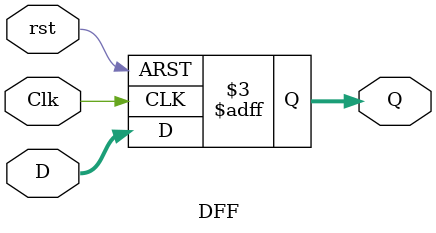
<source format=v>
module DFF(Q,D,Clk,rst);
input[7:0] D;
input Clk;
input rst;
output reg[7:0] Q;
always@(posedge Clk,negedge rst)
if(!rst) Q<= 8'b00000000;
else Q<= D;
endmodule
</source>
